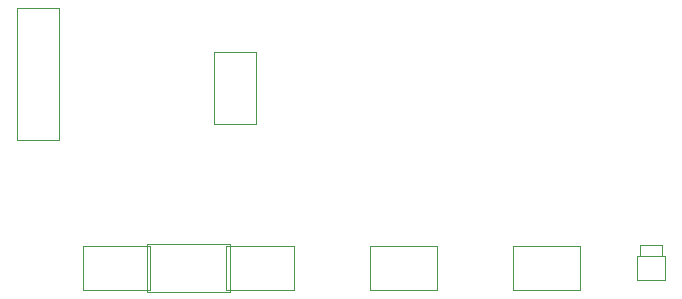
<source format=gbr>
%TF.GenerationSoftware,KiCad,Pcbnew,8.99.0-unknown-7a4b3602b9~181~ubuntu24.04.1*%
%TF.CreationDate,2024-12-15T13:41:47-05:00*%
%TF.ProjectId,nRF54L_ePaper,6e524635-344c-45f6-9550-617065722e6b,rev?*%
%TF.SameCoordinates,Original*%
%TF.FileFunction,Other,User*%
%FSLAX46Y46*%
G04 Gerber Fmt 4.6, Leading zero omitted, Abs format (unit mm)*
G04 Created by KiCad (PCBNEW 8.99.0-unknown-7a4b3602b9~181~ubuntu24.04.1) date 2024-12-15 13:41:47*
%MOMM*%
%LPD*%
G01*
G04 APERTURE LIST*
%ADD10C,0.050000*%
G04 APERTURE END LIST*
D10*
%TO.C,JP2*%
X116500000Y-52425000D02*
X116500000Y-58575000D01*
X116500000Y-58575000D02*
X120100000Y-58575000D01*
X120100000Y-52425000D02*
X116500000Y-52425000D01*
X120100000Y-58575000D02*
X120100000Y-52425000D01*
%TO.C,SW3*%
X129693750Y-68900000D02*
X135393750Y-68900000D01*
X129693750Y-72600000D02*
X129693750Y-68900000D01*
X135393750Y-68900000D02*
X135393750Y-72600000D01*
X135393750Y-72600000D02*
X129693750Y-72600000D01*
%TO.C,J1*%
X99800000Y-48700000D02*
X99800000Y-59900000D01*
X99800000Y-59900000D02*
X103400000Y-59900000D01*
X103400000Y-48700000D02*
X99800000Y-48700000D01*
X103400000Y-59900000D02*
X103400000Y-48700000D01*
%TO.C,C25*%
X152610000Y-68790000D02*
X154430000Y-68790000D01*
X152610000Y-69710000D02*
X152610000Y-68790000D01*
X154430000Y-68790000D02*
X154430000Y-69710000D01*
X154430000Y-69710000D02*
X152610000Y-69710000D01*
%TO.C,SW4*%
X141831250Y-68900000D02*
X147531250Y-68900000D01*
X141831250Y-72600000D02*
X141831250Y-68900000D01*
X147531250Y-68900000D02*
X147531250Y-72600000D01*
X147531250Y-72600000D02*
X141831250Y-72600000D01*
%TO.C,SW2*%
X117556250Y-68900000D02*
X123256250Y-68900000D01*
X117556250Y-72600000D02*
X117556250Y-68900000D01*
X123256250Y-68900000D02*
X123256250Y-72600000D01*
X123256250Y-72600000D02*
X117556250Y-72600000D01*
%TO.C,U2*%
X152320000Y-69750000D02*
X152320000Y-71750000D01*
X152320000Y-71750000D02*
X154720000Y-71750000D01*
X154720000Y-69750000D02*
X152320000Y-69750000D01*
X154720000Y-71750000D02*
X154720000Y-69750000D01*
%TO.C,SW1*%
X105418750Y-68900000D02*
X111118750Y-68900000D01*
X105418750Y-72600000D02*
X105418750Y-68900000D01*
X111118750Y-68900000D02*
X111118750Y-72600000D01*
X111118750Y-72600000D02*
X105418750Y-72600000D01*
%TO.C,J4*%
X110837500Y-68750000D02*
X117837500Y-68750000D01*
X110837500Y-72750000D02*
X110837500Y-68750000D01*
X117837500Y-68750000D02*
X117837500Y-72750000D01*
X117837500Y-72750000D02*
X110837500Y-72750000D01*
%TD*%
M02*

</source>
